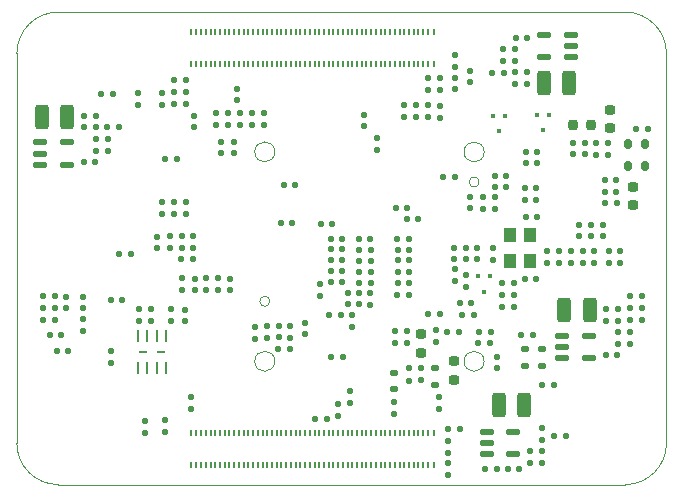
<source format=gbp>
G04 #@! TF.GenerationSoftware,KiCad,Pcbnew,9.0.2+dfsg-1*
G04 #@! TF.CreationDate,2025-08-15T17:40:47+02:00*
G04 #@! TF.ProjectId,ulx5m-gs,756c7835-6d2d-4677-932e-6b696361645f,rev?*
G04 #@! TF.SameCoordinates,Original*
G04 #@! TF.FileFunction,Paste,Bot*
G04 #@! TF.FilePolarity,Positive*
%FSLAX46Y46*%
G04 Gerber Fmt 4.6, Leading zero omitted, Abs format (unit mm)*
G04 Created by KiCad (PCBNEW 9.0.2+dfsg-1) date 2025-08-15 17:40:47*
%MOMM*%
%LPD*%
G01*
G04 APERTURE LIST*
G04 Aperture macros list*
%AMRoundRect*
0 Rectangle with rounded corners*
0 $1 Rounding radius*
0 $2 $3 $4 $5 $6 $7 $8 $9 X,Y pos of 4 corners*
0 Add a 4 corners polygon primitive as box body*
4,1,4,$2,$3,$4,$5,$6,$7,$8,$9,$2,$3,0*
0 Add four circle primitives for the rounded corners*
1,1,$1+$1,$2,$3*
1,1,$1+$1,$4,$5*
1,1,$1+$1,$6,$7*
1,1,$1+$1,$8,$9*
0 Add four rect primitives between the rounded corners*
20,1,$1+$1,$2,$3,$4,$5,0*
20,1,$1+$1,$4,$5,$6,$7,0*
20,1,$1+$1,$6,$7,$8,$9,0*
20,1,$1+$1,$8,$9,$2,$3,0*%
G04 Aperture macros list end*
%ADD10RoundRect,0.110000X0.110000X0.160000X-0.110000X0.160000X-0.110000X-0.160000X0.110000X-0.160000X0*%
%ADD11RoundRect,0.115000X-0.115000X-0.145000X0.115000X-0.145000X0.115000X0.145000X-0.115000X0.145000X0*%
%ADD12RoundRect,0.115000X0.115000X0.145000X-0.115000X0.145000X-0.115000X-0.145000X0.115000X-0.145000X0*%
%ADD13RoundRect,0.115000X-0.145000X0.115000X-0.145000X-0.115000X0.145000X-0.115000X0.145000X0.115000X0*%
%ADD14RoundRect,0.115000X0.145000X-0.115000X0.145000X0.115000X-0.145000X0.115000X-0.145000X-0.115000X0*%
%ADD15RoundRect,0.110000X0.160000X-0.110000X0.160000X0.110000X-0.160000X0.110000X-0.160000X-0.110000X0*%
%ADD16RoundRect,0.110000X-0.110000X-0.160000X0.110000X-0.160000X0.110000X0.160000X-0.110000X0.160000X0*%
%ADD17RoundRect,0.125000X0.175000X-0.125000X0.175000X0.125000X-0.175000X0.125000X-0.175000X-0.125000X0*%
%ADD18RoundRect,0.193750X-0.231250X0.193750X-0.231250X-0.193750X0.231250X-0.193750X0.231250X0.193750X0*%
%ADD19RoundRect,0.230000X-0.345000X-0.820000X0.345000X-0.820000X0.345000X0.820000X-0.345000X0.820000X0*%
%ADD20RoundRect,0.110000X-0.160000X0.110000X-0.160000X-0.110000X0.160000X-0.110000X0.160000X0.110000X0*%
%ADD21R,0.130000X0.560000*%
%ADD22R,0.250000X0.560000*%
%ADD23RoundRect,0.125000X-0.175000X0.125000X-0.175000X-0.125000X0.175000X-0.125000X0.175000X0.125000X0*%
%ADD24RoundRect,0.193750X0.231250X-0.193750X0.231250X0.193750X-0.231250X0.193750X-0.231250X-0.193750X0*%
%ADD25C,0.126000*%
%ADD26RoundRect,0.125000X-0.487500X-0.125000X0.487500X-0.125000X0.487500X0.125000X-0.487500X0.125000X0*%
%ADD27RoundRect,0.125000X0.487500X0.125000X-0.487500X0.125000X-0.487500X-0.125000X0.487500X-0.125000X0*%
%ADD28RoundRect,0.193750X-0.193750X-0.231250X0.193750X-0.231250X0.193750X0.231250X-0.193750X0.231250X0*%
%ADD29RoundRect,0.075000X0.075000X-0.130000X0.075000X0.130000X-0.075000X0.130000X-0.075000X-0.130000X0*%
%ADD30RoundRect,0.027500X0.082500X-0.442500X0.082500X0.442500X-0.082500X0.442500X-0.082500X-0.442500X0*%
%ADD31RoundRect,0.012500X0.337500X-0.037500X0.337500X0.037500X-0.337500X0.037500X-0.337500X-0.037500X0*%
%ADD32R,1.100000X1.300000*%
%ADD33RoundRect,0.230000X0.345000X0.820000X-0.345000X0.820000X-0.345000X-0.820000X0.345000X-0.820000X0*%
%ADD34RoundRect,0.175000X0.175000X0.225000X-0.175000X0.225000X-0.175000X-0.225000X0.175000X-0.225000X0*%
G04 #@! TA.AperFunction,Profile*
%ADD35C,0.100000*%
G04 #@! TD*
G04 APERTURE END LIST*
D10*
X100430000Y-62620000D03*
X99410000Y-62620000D03*
D11*
X84970000Y-75410000D03*
X85930000Y-75410000D03*
X88210000Y-77610000D03*
X89170000Y-77610000D03*
X91440000Y-77580000D03*
X92400000Y-77580000D03*
D12*
X96610000Y-84550000D03*
X95650000Y-84550000D03*
D13*
X96240000Y-77430000D03*
X96240000Y-78390000D03*
D14*
X110090000Y-83600000D03*
X110090000Y-82640000D03*
D15*
X110310000Y-78700000D03*
X110310000Y-77680000D03*
D16*
X111080000Y-83570000D03*
X112100000Y-83570000D03*
D14*
X73460000Y-83620000D03*
X73460000Y-82660000D03*
X99660000Y-74110000D03*
X99660000Y-73150000D03*
D17*
X94620000Y-87640000D03*
X94620000Y-89040000D03*
D13*
X94670000Y-84410000D03*
X94670000Y-85370000D03*
D16*
X85800000Y-86680000D03*
X86820000Y-86680000D03*
D18*
X109440000Y-65730000D03*
X109440000Y-67305000D03*
D11*
X88210000Y-79460000D03*
X89170000Y-79460000D03*
D13*
X89670000Y-68160000D03*
X89670000Y-69120000D03*
D15*
X95700000Y-96695000D03*
X95700000Y-95675000D03*
D11*
X67140000Y-81840000D03*
X68100000Y-81840000D03*
D15*
X73990000Y-91120000D03*
X73990000Y-90100000D03*
D14*
X95000000Y-64060000D03*
X95000000Y-63100000D03*
X77230000Y-81000000D03*
X77230000Y-80040000D03*
D12*
X92270000Y-74040000D03*
X91310000Y-74040000D03*
X103160000Y-80060000D03*
X102200000Y-80060000D03*
D13*
X107285000Y-68570000D03*
X107285000Y-69530000D03*
D15*
X103700000Y-93720000D03*
X103700000Y-92700000D03*
D16*
X100270000Y-80410000D03*
X101290000Y-80410000D03*
D12*
X109970000Y-71720000D03*
X109010000Y-71720000D03*
D19*
X105545000Y-82690000D03*
X107695000Y-82690000D03*
D11*
X102680000Y-94680000D03*
X103640000Y-94680000D03*
D20*
X79410000Y-84110000D03*
X79410000Y-85130000D03*
D16*
X100300000Y-82440000D03*
X101320000Y-82440000D03*
D12*
X97650000Y-82150000D03*
X96690000Y-82150000D03*
D13*
X106295000Y-68570000D03*
X106295000Y-69530000D03*
D14*
X77610000Y-69410000D03*
X77610000Y-68450000D03*
D13*
X80400000Y-84070000D03*
X80400000Y-85030000D03*
D11*
X91440000Y-80440000D03*
X92400000Y-80440000D03*
D15*
X80140000Y-67010000D03*
X80140000Y-65990000D03*
D14*
X97540000Y-74060000D03*
X97540000Y-73100000D03*
X96270000Y-80220000D03*
X96270000Y-79260000D03*
X88590000Y-67160000D03*
X88590000Y-66200000D03*
D11*
X91440000Y-79460000D03*
X92400000Y-79460000D03*
D14*
X65880000Y-67220000D03*
X65880000Y-66260000D03*
D20*
X72230000Y-82610000D03*
X72230000Y-83630000D03*
D14*
X106835000Y-76430000D03*
X106835000Y-75470000D03*
X74300000Y-81000000D03*
X74300000Y-80040000D03*
D13*
X92210000Y-84500000D03*
X92210000Y-85460000D03*
D16*
X104685000Y-93380000D03*
X105705000Y-93380000D03*
D12*
X102410000Y-59640000D03*
X101450000Y-59640000D03*
X109970000Y-72690000D03*
X109010000Y-72690000D03*
D15*
X69495001Y-65327000D03*
X69495001Y-64307000D03*
D10*
X112115000Y-81510000D03*
X111095000Y-81510000D03*
D15*
X65910000Y-69210000D03*
X65910000Y-68190000D03*
D13*
X101410000Y-62590000D03*
X101410000Y-63550000D03*
D21*
X94010000Y-93125000D03*
X94010000Y-95835000D03*
X93610000Y-93125000D03*
X93610000Y-95835000D03*
X93210000Y-93125000D03*
X93210000Y-95835000D03*
X92810000Y-93125000D03*
X92810000Y-95835000D03*
X92410000Y-93125000D03*
X92410000Y-95835000D03*
X92010000Y-93125000D03*
X92010000Y-95835000D03*
X91610000Y-93125000D03*
X91610000Y-95835000D03*
X91210000Y-93125000D03*
X91210000Y-95835000D03*
X90810000Y-93125000D03*
X90810000Y-95835000D03*
X90410000Y-93125000D03*
X90410000Y-95835000D03*
X90010000Y-93125000D03*
X90010000Y-95835000D03*
X89610000Y-93125000D03*
X89610000Y-95835000D03*
X89210000Y-93125000D03*
X89210000Y-95835000D03*
X88810000Y-93125000D03*
X88810000Y-95835000D03*
X88410000Y-93125000D03*
X88410000Y-95835000D03*
X88010000Y-93125000D03*
X88010000Y-95835000D03*
X87610000Y-93125000D03*
X87610000Y-95835000D03*
X87210000Y-93125000D03*
X87210000Y-95835000D03*
X86810000Y-93125000D03*
X86810000Y-95835000D03*
X86410000Y-93125000D03*
X86410000Y-95835000D03*
X86010000Y-93125000D03*
X86010000Y-95835000D03*
X85610000Y-93125000D03*
X85610000Y-95835000D03*
X85210000Y-93125000D03*
X85210000Y-95835000D03*
X84810000Y-93125000D03*
X84810000Y-95835000D03*
X84410000Y-93125000D03*
X84410000Y-95835000D03*
X84010000Y-93125000D03*
X84010000Y-95835000D03*
X83610000Y-93125000D03*
X83610000Y-95835000D03*
X83210000Y-93125000D03*
X83210000Y-95835000D03*
X82810000Y-93125000D03*
X82810000Y-95835000D03*
X82410000Y-93125000D03*
X82410000Y-95835000D03*
X82010000Y-93125000D03*
X82010000Y-95835000D03*
X81610000Y-93125000D03*
X81610000Y-95835000D03*
X81210000Y-93125000D03*
X81210000Y-95835000D03*
X80810000Y-93125000D03*
X80810000Y-95835000D03*
X80410000Y-93125000D03*
X80410000Y-95835000D03*
X80010000Y-93125000D03*
X80010000Y-95835000D03*
X79610000Y-93125000D03*
X79610000Y-95835000D03*
X79210000Y-93125000D03*
X79210000Y-95835000D03*
X78810000Y-93125000D03*
X78810000Y-95835000D03*
X78410000Y-93125000D03*
X78410000Y-95835000D03*
X78010000Y-93125000D03*
X78010000Y-95835000D03*
X77610000Y-93125000D03*
X77610000Y-95835000D03*
X77210000Y-93125000D03*
X77210000Y-95835000D03*
X76810000Y-93125000D03*
X76810000Y-95835000D03*
X76410000Y-93125000D03*
X76410000Y-95835000D03*
X76010000Y-93125000D03*
X76010000Y-95835000D03*
X75610000Y-93125000D03*
X75610000Y-95835000D03*
X75210000Y-93125000D03*
X75210000Y-95835000D03*
X74810000Y-93125000D03*
X74810000Y-95835000D03*
X74410000Y-93125000D03*
X74410000Y-95835000D03*
D22*
X94485000Y-93125000D03*
X94485000Y-95835000D03*
X73935000Y-93125000D03*
X73935000Y-95835000D03*
D20*
X94020000Y-65380000D03*
X94020000Y-66400000D03*
D11*
X88210000Y-78540000D03*
X89170000Y-78540000D03*
D13*
X70560000Y-82650000D03*
X70560000Y-83610000D03*
X109275000Y-68580000D03*
X109275000Y-69540000D03*
D10*
X62440000Y-82540000D03*
X61420000Y-82540000D03*
D20*
X66920000Y-68190000D03*
X66920000Y-69210000D03*
D23*
X103650000Y-87417500D03*
X103650000Y-86017500D03*
D20*
X111130000Y-84570000D03*
X111130000Y-85590000D03*
D14*
X67200000Y-87150000D03*
X67200000Y-86190000D03*
X100630000Y-72280000D03*
X100630000Y-71320000D03*
D13*
X77820000Y-64000000D03*
X77820000Y-64960000D03*
D24*
X93420000Y-86347500D03*
X93420000Y-84772500D03*
D14*
X88210000Y-82230000D03*
X88210000Y-81270000D03*
D16*
X85610000Y-83130000D03*
X86630000Y-83130000D03*
D10*
X103692500Y-95690000D03*
X102672500Y-95690000D03*
X62440000Y-81530000D03*
X61420000Y-81530000D03*
D13*
X96270000Y-61150000D03*
X96270000Y-62110000D03*
D14*
X83600000Y-84770000D03*
X83600000Y-83810000D03*
X76230000Y-80990000D03*
X76230000Y-80030000D03*
D24*
X111365000Y-73837500D03*
X111365000Y-72262500D03*
D14*
X89150000Y-82240000D03*
X89150000Y-81280000D03*
D19*
X100002500Y-90770000D03*
X102152500Y-90770000D03*
D12*
X86760000Y-80340000D03*
X85800000Y-80340000D03*
D20*
X92380000Y-87650000D03*
X92380000Y-88670000D03*
D15*
X91110000Y-91530000D03*
X91110000Y-90510000D03*
D19*
X61340000Y-66320000D03*
X63490000Y-66320000D03*
D10*
X82340000Y-86000000D03*
X81320000Y-86000000D03*
D11*
X88180000Y-76690000D03*
X89140000Y-76690000D03*
D24*
X96180000Y-88617500D03*
X96180000Y-87042500D03*
D14*
X108795000Y-76430000D03*
X108795000Y-75470000D03*
D25*
X93160000Y-89850000D03*
X92660000Y-89850000D03*
X93160000Y-90350000D03*
X92660000Y-90350000D03*
X93160000Y-90850000D03*
X92660000Y-90850000D03*
X93160000Y-91350000D03*
X92660000Y-91350000D03*
D12*
X112608750Y-67390000D03*
X111648750Y-67390000D03*
D26*
X98972500Y-94920000D03*
X98972500Y-93970000D03*
X98972500Y-93020000D03*
X101247500Y-93020000D03*
X101247500Y-94920000D03*
D23*
X102200000Y-87407500D03*
X102200000Y-86007500D03*
D10*
X62440000Y-83550000D03*
X61420000Y-83550000D03*
D14*
X94030000Y-64050000D03*
X94030000Y-63090000D03*
D12*
X101270000Y-81390000D03*
X100310000Y-81390000D03*
D20*
X106110000Y-77680000D03*
X106110000Y-78700000D03*
X87590000Y-83140000D03*
X87590000Y-84160000D03*
D27*
X106107500Y-59400000D03*
X106107500Y-60350000D03*
X106107500Y-61300000D03*
X103832500Y-61300000D03*
X103832500Y-59400000D03*
D13*
X91250000Y-84500000D03*
X91250000Y-85460000D03*
D15*
X109320000Y-78710000D03*
X109320000Y-77690000D03*
D16*
X72520000Y-64260000D03*
X73540000Y-64260000D03*
D14*
X109110000Y-83600000D03*
X109110000Y-82640000D03*
D12*
X86760000Y-77570000D03*
X85800000Y-77570000D03*
D15*
X93390000Y-88660000D03*
X93390000Y-87640000D03*
D11*
X91430000Y-76660000D03*
X92390000Y-76660000D03*
D12*
X86770000Y-76650000D03*
X85810000Y-76650000D03*
D14*
X96290000Y-64000000D03*
X96290000Y-63040000D03*
D20*
X92020000Y-65380000D03*
X92020000Y-66400000D03*
D11*
X102235000Y-73360000D03*
X103195000Y-73360000D03*
D26*
X105400000Y-86790000D03*
X105400000Y-85840000D03*
X105400000Y-84890000D03*
X107675000Y-84890000D03*
X107675000Y-86790000D03*
D15*
X70070000Y-93110000D03*
X70070000Y-92090000D03*
D20*
X69560000Y-82610000D03*
X69560000Y-83630000D03*
D12*
X99832500Y-96180000D03*
X98872500Y-96180000D03*
D10*
X95070000Y-83060000D03*
X94050000Y-83060000D03*
D28*
X106272500Y-67060000D03*
X107847500Y-67060000D03*
D11*
X102235000Y-72360000D03*
X103195000Y-72360000D03*
D10*
X99350000Y-84530000D03*
X98330000Y-84530000D03*
X112115000Y-82535000D03*
X111095000Y-82535000D03*
D11*
X91440000Y-78500000D03*
X92400000Y-78500000D03*
D12*
X82750000Y-72120000D03*
X81790000Y-72120000D03*
D14*
X64900000Y-67220000D03*
X64900000Y-66260000D03*
D20*
X71515001Y-64327000D03*
X71515001Y-65347000D03*
D29*
X103260000Y-66195000D03*
X104260000Y-66195000D03*
X103760000Y-67485000D03*
D14*
X72160000Y-77410000D03*
X72160000Y-76450000D03*
D20*
X101390000Y-60600000D03*
X101390000Y-61620000D03*
D29*
X99500000Y-66255000D03*
X100500000Y-66255000D03*
X100000000Y-67545000D03*
D15*
X98670000Y-74120000D03*
X98670000Y-73100000D03*
D20*
X107110000Y-77680000D03*
X107110000Y-78700000D03*
D30*
X71855000Y-87630000D03*
X71055000Y-87630000D03*
X70255000Y-87630000D03*
X69455000Y-87630000D03*
X69455000Y-84940000D03*
X70255000Y-84940000D03*
X71055000Y-84940000D03*
X71855000Y-84940000D03*
D31*
X71455000Y-86285000D03*
X69855000Y-86285000D03*
D11*
X102315000Y-69290000D03*
X103275000Y-69290000D03*
D12*
X86760000Y-78490000D03*
X85800000Y-78490000D03*
X96280000Y-71430000D03*
X95320000Y-71430000D03*
D13*
X64830000Y-83500000D03*
X64830000Y-84460000D03*
D16*
X101895000Y-84835000D03*
X102915000Y-84835000D03*
D15*
X75230000Y-81020000D03*
X75230000Y-80000000D03*
D12*
X68850000Y-77960000D03*
X67890000Y-77960000D03*
D11*
X62005000Y-84820000D03*
X62965000Y-84820000D03*
D12*
X63560000Y-86130000D03*
X62600000Y-86130000D03*
D11*
X102315000Y-70290000D03*
X103275000Y-70290000D03*
D14*
X74205000Y-67215000D03*
X74205000Y-66255000D03*
D20*
X99560000Y-77420000D03*
X99560000Y-78440000D03*
D15*
X87410000Y-90540000D03*
X87410000Y-89520000D03*
X86410000Y-91670000D03*
X86410000Y-90650000D03*
D14*
X63360000Y-82550000D03*
X63360000Y-81590000D03*
D11*
X92230000Y-75010000D03*
X93190000Y-75010000D03*
D10*
X97890000Y-83130000D03*
X96870000Y-83130000D03*
D15*
X78130000Y-67020000D03*
X78130000Y-66000000D03*
D13*
X99870000Y-86650000D03*
X99870000Y-87610000D03*
D15*
X94955000Y-91045000D03*
X94955000Y-90025000D03*
D11*
X102305000Y-74820000D03*
X103265000Y-74820000D03*
D20*
X105110000Y-77690000D03*
X105110000Y-78710000D03*
D10*
X67340000Y-64385000D03*
X66320000Y-64385000D03*
X96715000Y-92810000D03*
X95695000Y-92810000D03*
D14*
X97550000Y-63430000D03*
X97550000Y-62470000D03*
X64830000Y-82540000D03*
X64830000Y-81580000D03*
D15*
X100380000Y-61620000D03*
X100380000Y-60600000D03*
D32*
X102650000Y-76330000D03*
X102650000Y-78530000D03*
X100950000Y-78530000D03*
X100950000Y-76330000D03*
D20*
X95020000Y-65390000D03*
X95020000Y-66410000D03*
D10*
X99240000Y-85520000D03*
X98220000Y-85520000D03*
D16*
X72535000Y-63210000D03*
X73555000Y-63210000D03*
D15*
X110120000Y-85590000D03*
X110120000Y-84570000D03*
D21*
X94010000Y-59125000D03*
X94010000Y-61835000D03*
X93610000Y-59125000D03*
X93610000Y-61835000D03*
X93210000Y-59125000D03*
X93210000Y-61835000D03*
X92810000Y-59125000D03*
X92810000Y-61835000D03*
X92410000Y-59125000D03*
X92410000Y-61835000D03*
X92010000Y-59125000D03*
X92010000Y-61835000D03*
X91610000Y-59125000D03*
X91610000Y-61835000D03*
X91210000Y-59125000D03*
X91210000Y-61835000D03*
X90810000Y-59125000D03*
X90810000Y-61835000D03*
X90410000Y-59125000D03*
X90410000Y-61835000D03*
X90010000Y-59125000D03*
X90010000Y-61835000D03*
X89610000Y-59125000D03*
X89610000Y-61835000D03*
X89210000Y-59125000D03*
X89210000Y-61835000D03*
X88810000Y-59125000D03*
X88810000Y-61835000D03*
X88410000Y-59125000D03*
X88410000Y-61835000D03*
X88010000Y-59125000D03*
X88010000Y-61835000D03*
X87610000Y-59125000D03*
X87610000Y-61835000D03*
X87210000Y-59125000D03*
X87210000Y-61835000D03*
X86810000Y-59125000D03*
X86810000Y-61835000D03*
X86410000Y-59125000D03*
X86410000Y-61835000D03*
X86010000Y-59125000D03*
X86010000Y-61835000D03*
X85610000Y-59125000D03*
X85610000Y-61835000D03*
X85210000Y-59125000D03*
X85210000Y-61835000D03*
X84810000Y-59125000D03*
X84810000Y-61835000D03*
X84410000Y-59125000D03*
X84410000Y-61835000D03*
X84010000Y-59125000D03*
X84010000Y-61835000D03*
X83610000Y-59125000D03*
X83610000Y-61835000D03*
X83210000Y-59125000D03*
X83210000Y-61835000D03*
X82810000Y-59125000D03*
X82810000Y-61835000D03*
X82410000Y-59125000D03*
X82410000Y-61835000D03*
X82010000Y-59125000D03*
X82010000Y-61835000D03*
X81610000Y-59125000D03*
X81610000Y-61835000D03*
X81210000Y-59125000D03*
X81210000Y-61835000D03*
X80810000Y-59125000D03*
X80810000Y-61835000D03*
X80410000Y-59125000D03*
X80410000Y-61835000D03*
X80010000Y-59125000D03*
X80010000Y-61835000D03*
X79610000Y-59125000D03*
X79610000Y-61835000D03*
X79210000Y-59125000D03*
X79210000Y-61835000D03*
X78810000Y-59125000D03*
X78810000Y-61835000D03*
X78410000Y-59125000D03*
X78410000Y-61835000D03*
X78010000Y-59125000D03*
X78010000Y-61835000D03*
X77610000Y-59125000D03*
X77610000Y-61835000D03*
X77210000Y-59125000D03*
X77210000Y-61835000D03*
X76810000Y-59125000D03*
X76810000Y-61835000D03*
X76410000Y-59125000D03*
X76410000Y-61835000D03*
X76010000Y-59125000D03*
X76010000Y-61835000D03*
X75610000Y-59125000D03*
X75610000Y-61835000D03*
X75210000Y-59125000D03*
X75210000Y-61835000D03*
X74810000Y-59125000D03*
X74810000Y-61835000D03*
X74410000Y-59125000D03*
X74410000Y-61835000D03*
D22*
X94485000Y-59125000D03*
X94485000Y-61835000D03*
X73935000Y-59125000D03*
X73935000Y-61835000D03*
D33*
X105955000Y-63490000D03*
X103805000Y-63490000D03*
D14*
X99650000Y-72280000D03*
X99650000Y-71320000D03*
X87250000Y-82200000D03*
X87250000Y-81240000D03*
D20*
X76110000Y-66010000D03*
X76110000Y-67030000D03*
D13*
X97220000Y-77430000D03*
X97220000Y-78390000D03*
D29*
X98280000Y-79845000D03*
X99280000Y-79845000D03*
X98780000Y-81135000D03*
D15*
X79130000Y-67010000D03*
X79130000Y-65990000D03*
D16*
X66870000Y-67190000D03*
X67890000Y-67190000D03*
D11*
X88210000Y-80380000D03*
X89170000Y-80380000D03*
D23*
X91140000Y-89420000D03*
X91140000Y-88020000D03*
D20*
X71500000Y-73580000D03*
X71500000Y-74600000D03*
D11*
X109100000Y-86550000D03*
X110060000Y-86550000D03*
D13*
X102400000Y-62590000D03*
X102400000Y-63550000D03*
X98200000Y-77430000D03*
X98200000Y-78390000D03*
D15*
X73510000Y-74600000D03*
X73510000Y-73580000D03*
D12*
X86760000Y-79420000D03*
X85800000Y-79420000D03*
D34*
X112383750Y-68635000D03*
X112383750Y-70485000D03*
X110933750Y-70485000D03*
X110933750Y-68635000D03*
D14*
X76510000Y-69410000D03*
X76510000Y-68450000D03*
D12*
X109980000Y-73660000D03*
X109020000Y-73660000D03*
D14*
X71050000Y-77450000D03*
X71050000Y-76490000D03*
D13*
X108285000Y-68580000D03*
X108285000Y-69540000D03*
D15*
X108110000Y-78700000D03*
X108110000Y-77680000D03*
D20*
X71790000Y-92050000D03*
X71790000Y-93070000D03*
X104110000Y-77690000D03*
X104110000Y-78710000D03*
D14*
X73180000Y-80990000D03*
X73180000Y-80030000D03*
D13*
X82360000Y-84070000D03*
X82360000Y-85030000D03*
D15*
X95705000Y-94770000D03*
X95705000Y-93750000D03*
D20*
X93020000Y-65380000D03*
X93020000Y-66400000D03*
D26*
X61190000Y-70410000D03*
X61190000Y-69460000D03*
X61190000Y-68510000D03*
X63465000Y-68510000D03*
X63465000Y-70410000D03*
D12*
X82510000Y-75320000D03*
X81550000Y-75320000D03*
X92390000Y-81430000D03*
X91430000Y-81430000D03*
X74140000Y-76470000D03*
X73180000Y-76470000D03*
D14*
X107815000Y-76430000D03*
X107815000Y-75470000D03*
D10*
X104670000Y-89070000D03*
X103650000Y-89070000D03*
D13*
X84860000Y-80540000D03*
X84860000Y-81500000D03*
D12*
X74150000Y-77450000D03*
X73190000Y-77450000D03*
D10*
X73540000Y-65285000D03*
X72520000Y-65285000D03*
D12*
X74100000Y-78410000D03*
X73140000Y-78410000D03*
D16*
X84450000Y-91920000D03*
X85470000Y-91920000D03*
D11*
X64890000Y-70170000D03*
X65850000Y-70170000D03*
D20*
X97260000Y-79730000D03*
X97260000Y-80750000D03*
D15*
X72500000Y-74610000D03*
X72500000Y-73590000D03*
X77110000Y-67030000D03*
X77110000Y-66010000D03*
D12*
X101732500Y-96190000D03*
X100772500Y-96190000D03*
D13*
X81380000Y-84060000D03*
X81380000Y-85020000D03*
D10*
X72810000Y-69890000D03*
X71790000Y-69890000D03*
D35*
X62710000Y-57480000D02*
X110710000Y-57480000D01*
X98772500Y-87042500D02*
G75*
G02*
X97072500Y-87042500I-850000J0D01*
G01*
X97072500Y-87042500D02*
G75*
G02*
X98772500Y-87042500I850000J0D01*
G01*
X62710000Y-97480000D02*
X110710000Y-97480000D01*
X114210000Y-93980000D02*
G75*
G02*
X110710000Y-97480000I-3500000J0D01*
G01*
X110710000Y-57480000D02*
G75*
G02*
X114210000Y-60980000I0J-3500000D01*
G01*
X114210000Y-93980000D02*
X114210000Y-60980000D01*
X81047500Y-69317500D02*
G75*
G02*
X79347500Y-69317500I-850000J0D01*
G01*
X79347500Y-69317500D02*
G75*
G02*
X81047500Y-69317500I850000J0D01*
G01*
X59210000Y-60980000D02*
G75*
G02*
X62710000Y-57480000I3500000J0D01*
G01*
X80622500Y-81962500D02*
G75*
G02*
X79772500Y-81962500I-425000J0D01*
G01*
X79772500Y-81962500D02*
G75*
G02*
X80622500Y-81962500I425000J0D01*
G01*
X98347500Y-71857500D02*
G75*
G02*
X97497500Y-71857500I-425000J0D01*
G01*
X97497500Y-71857500D02*
G75*
G02*
X98347500Y-71857500I425000J0D01*
G01*
X62710000Y-97480000D02*
G75*
G02*
X59210000Y-93980000I0J3500000D01*
G01*
X81047500Y-87042500D02*
G75*
G02*
X79347500Y-87042500I-850000J0D01*
G01*
X79347500Y-87042500D02*
G75*
G02*
X81047500Y-87042500I850000J0D01*
G01*
X98772500Y-69317500D02*
G75*
G02*
X97072500Y-69317500I-850000J0D01*
G01*
X97072500Y-69317500D02*
G75*
G02*
X98772500Y-69317500I850000J0D01*
G01*
X59210000Y-60980000D02*
X59210000Y-93980000D01*
M02*

</source>
